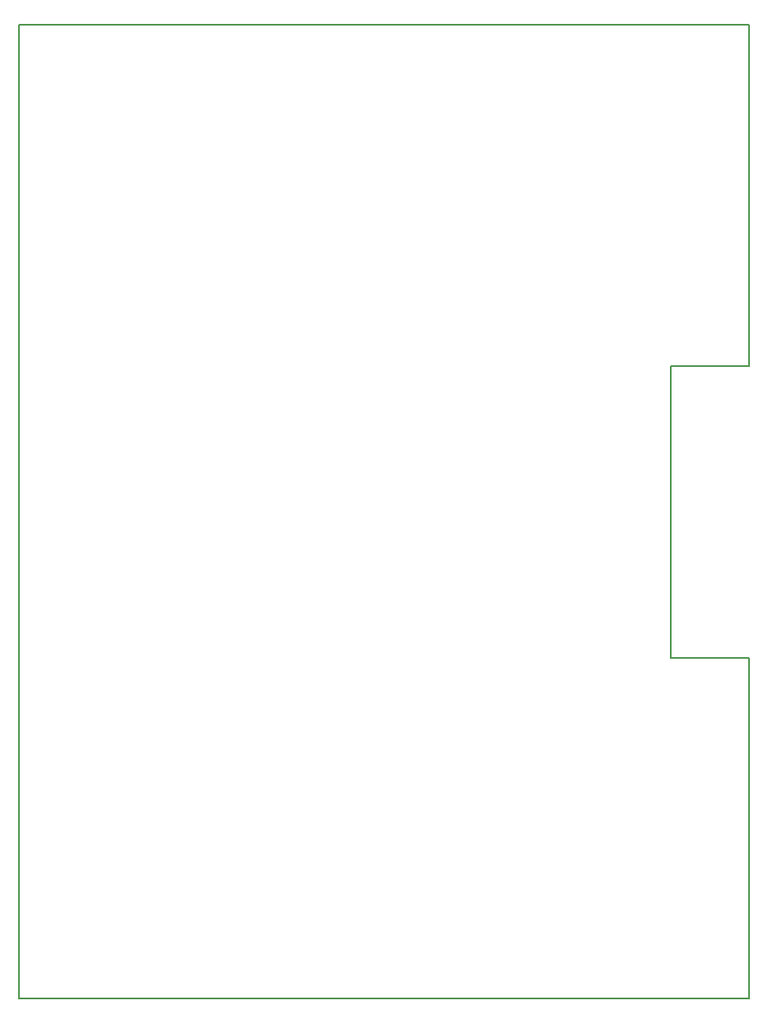
<source format=gm1>
G04 #@! TF.GenerationSoftware,KiCad,Pcbnew,(5.1.5)-2*
G04 #@! TF.CreationDate,2019-12-07T22:19:08+01:00*
G04 #@! TF.ProjectId,VS1053-ESP32-Eval,56533130-3533-42d4-9553-5033322d4576,rev?*
G04 #@! TF.SameCoordinates,PX63b8cf0PY8c94480*
G04 #@! TF.FileFunction,Profile,NP*
%FSLAX46Y46*%
G04 Gerber Fmt 4.6, Leading zero omitted, Abs format (unit mm)*
G04 Created by KiCad (PCBNEW (5.1.5)-2) date 2019-12-07 22:19:08*
%MOMM*%
%LPD*%
G04 APERTURE LIST*
%ADD10C,0.160000*%
G04 APERTURE END LIST*
D10*
X600000Y0D02*
X0Y0D01*
X600000Y100000000D02*
X0Y100000000D01*
X600000Y0D02*
X75000000Y0D01*
X75000000Y100000000D02*
X600000Y100000000D01*
X75000000Y0D02*
X75000000Y35000000D01*
X75000000Y35000000D02*
X67000000Y35000000D01*
X67000000Y35000000D02*
X67000000Y65000000D01*
X67000000Y65000000D02*
X75000000Y65000000D01*
X75000000Y65000000D02*
X75000000Y100000000D01*
X0Y100000000D02*
X0Y0D01*
M02*

</source>
